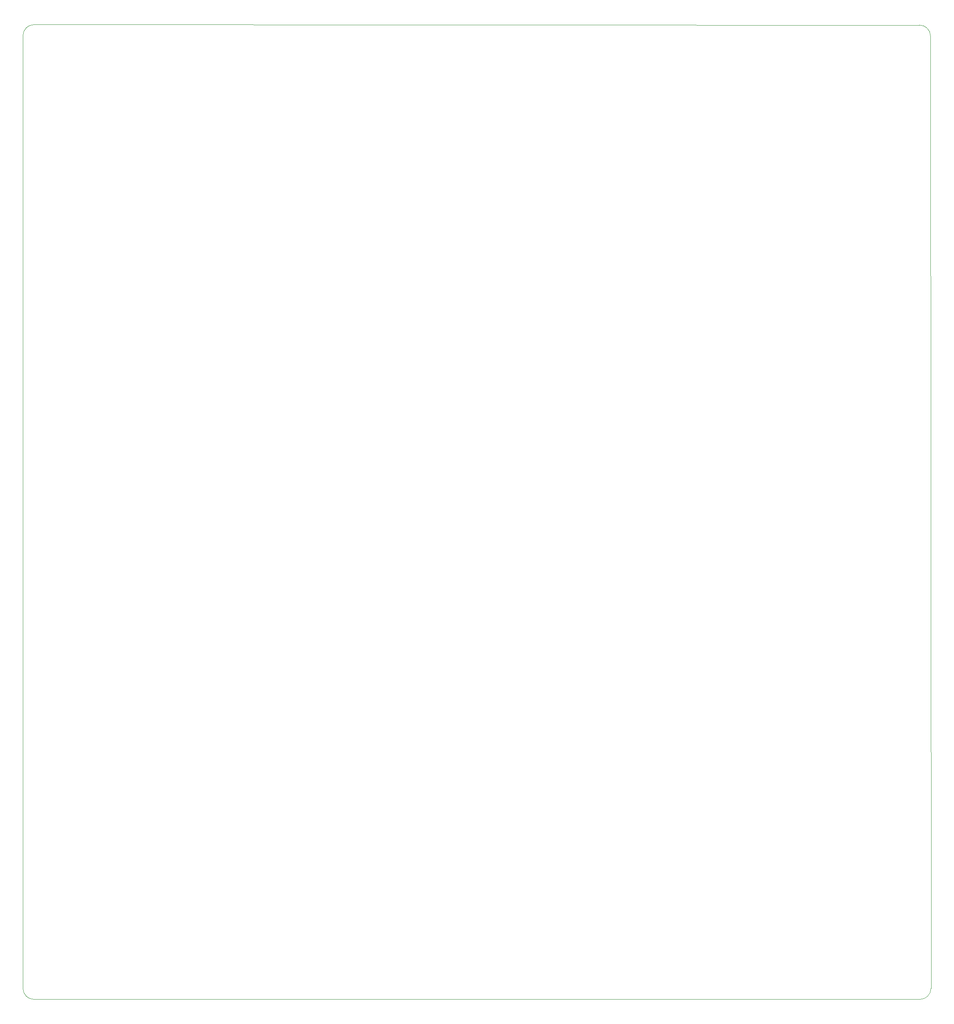
<source format=gbr>
%TF.GenerationSoftware,KiCad,Pcbnew,(6.0.11)*%
%TF.CreationDate,2023-02-04T12:28:33-08:00*%
%TF.ProjectId,MA Command Keyboard changed footprint,4d412043-6f6d-46d6-916e-64204b657962,rev?*%
%TF.SameCoordinates,Original*%
%TF.FileFunction,Profile,NP*%
%FSLAX46Y46*%
G04 Gerber Fmt 4.6, Leading zero omitted, Abs format (unit mm)*
G04 Created by KiCad (PCBNEW (6.0.11)) date 2023-02-04 12:28:33*
%MOMM*%
%LPD*%
G01*
G04 APERTURE LIST*
%TA.AperFunction,Profile*%
%ADD10C,0.100000*%
%TD*%
G04 APERTURE END LIST*
D10*
X-141383798Y-48515048D02*
G75*
G03*
X-143765048Y-46133798I-2381250J0D01*
G01*
X-336550000Y-253206250D02*
X-336550000Y-48418750D01*
X-141287500Y-253206250D02*
X-141383798Y-48515048D01*
X-143668750Y-255587500D02*
G75*
G03*
X-141287500Y-253206250I0J2381250D01*
G01*
X-336550000Y-253206250D02*
G75*
G03*
X-334168750Y-255587500I2381250J0D01*
G01*
X-334168750Y-255587500D02*
X-143668750Y-255587500D01*
X-143765048Y-46133798D02*
X-334168750Y-46037500D01*
X-334168750Y-46037500D02*
G75*
G03*
X-336550000Y-48418750I0J-2381250D01*
G01*
M02*

</source>
